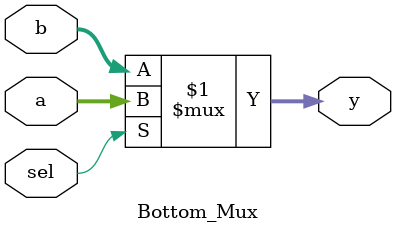
<source format=v>
`timescale 1ns / 1ps

module Bottom_Mux (
    output	wire	[4:0]	y,		// Output of Multiplexer
	input	wire	[4:0]	a,		// Input 1 of Multiplexer
							b,		// Input 0 of Multiplexer
    input	wire	        sel // Select Input
);

    assign	y = sel ? a : b;

endmodule

</source>
